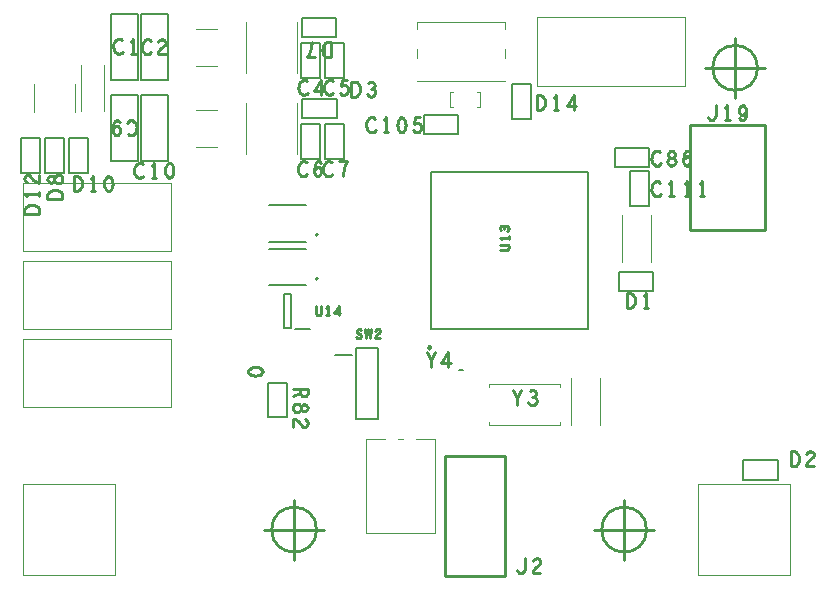
<source format=gto>
G04 ================== begin FILE IDENTIFICATION RECORD ==================*
G04 Layout Name:  M:/TDP4/Data Logger Full/allegro/datalogger.brd*
G04 Film Name:    datalogger.GTO*
G04 File Format:  Gerber RS274X*
G04 File Origin:  Cadence Allegro 17.2-S055*
G04 Origin Date:  Mon Mar 22 02:40:34 2021*
G04 *
G04 Layer:  USER PART NUMBER/SILKSCREEN_TOP*
G04 Layer:  TOLERANCE/SILKSCREEN_TOP*
G04 Layer:  REF DES/SILKSCREEN_TOP*
G04 Layer:  PACKAGE GEOMETRY/SILKSCREEN_TOP*
G04 Layer:  DEVICE TYPE/SILKSCREEN_TOP*
G04 Layer:  COMPONENT VALUE/SILKSCREEN_TOP*
G04 Layer:  BOARD GEOMETRY/SILKSCREEN_TOP*
G04 *
G04 Offset:    (0.00 0.00)*
G04 Mirror:    No*
G04 Mode:      Positive*
G04 Rotation:  0*
G04 FullContactRelief:  No*
G04 UndefLineWidth:     10.00*
G04 ================== end FILE IDENTIFICATION RECORD ====================*
%FSLAX25Y25*MOIN*%
%IR0*IPPOS*OFA0.00000B0.00000*MIA0B0*SFA1.00000B1.00000*%
%ADD10C,.005*%
%ADD11C,.01*%
%ADD12C,.006*%
%ADD13C,.00472*%
%ADD14C,.00984*%
%ADD15C,.00787*%
G75*
%LPD*%
G75*
G54D10*
G01X-43998Y-2502D02*
X-56202D01*
G01X-43998Y9702D02*
X-56202D01*
G01X-43998Y12098D02*
X-56202D01*
G01X-43998Y24302D02*
X-56202D01*
G01X6866Y-30838D02*
X8440D01*
G54D11*
G01X-132900Y21407D02*
X-137900D01*
Y22673D01*
X-137650Y23180D01*
X-137317Y23560D01*
X-136817Y23877D01*
X-136233Y24130D01*
X-135400Y24193D01*
X-134567Y24130D01*
X-133983Y23877D01*
X-133483Y23560D01*
X-133150Y23180D01*
X-132900Y22673D01*
Y21407D01*
G01Y27900D02*
X-137900D01*
X-136900Y27140D01*
G01X-132900D02*
Y28660D01*
G01X-137067Y31797D02*
X-137567Y32177D01*
X-137817Y32620D01*
X-137900Y33127D01*
X-137733Y33760D01*
X-137317Y34203D01*
X-136817Y34330D01*
X-136317Y34267D01*
X-135900Y34013D01*
X-135067Y32747D01*
X-134483Y32177D01*
X-133650Y31797D01*
X-132900Y31670D01*
Y34330D01*
G01X-125200Y26407D02*
X-130200D01*
Y27673D01*
X-129950Y28180D01*
X-129617Y28560D01*
X-129117Y28877D01*
X-128533Y29130D01*
X-127700Y29193D01*
X-126867Y29130D01*
X-126283Y28877D01*
X-125783Y28560D01*
X-125450Y28180D01*
X-125200Y27673D01*
Y26407D01*
G01Y32900D02*
X-125283Y33343D01*
X-125533Y33850D01*
X-125950Y34167D01*
X-126533Y34293D01*
X-127117Y34167D01*
X-127617Y33787D01*
X-127867Y33217D01*
Y32583D01*
X-128033Y32203D01*
X-128450Y31887D01*
X-129033Y31760D01*
X-129617Y31950D01*
X-130033Y32393D01*
X-130200Y32900D01*
X-130033Y33407D01*
X-129617Y33850D01*
X-129033Y34040D01*
X-128450Y33913D01*
X-128033Y33597D01*
X-127867Y33217D01*
Y32583D01*
X-127617Y32013D01*
X-127117Y31633D01*
X-126533Y31507D01*
X-125950Y31633D01*
X-125533Y31950D01*
X-125283Y32457D01*
X-125200Y32900D01*
G01X-121493Y28900D02*
Y33900D01*
X-120227D01*
X-119720Y33650D01*
X-119340Y33317D01*
X-119023Y32817D01*
X-118770Y32233D01*
X-118707Y31400D01*
X-118770Y30567D01*
X-119023Y29983D01*
X-119340Y29483D01*
X-119720Y29150D01*
X-120227Y28900D01*
X-121493D01*
G01X-115000D02*
Y33900D01*
X-115760Y32900D01*
G01Y28900D02*
X-114240D01*
G01X-109900Y33900D02*
X-110407Y33733D01*
X-110787Y33317D01*
X-111040Y32817D01*
X-111230Y32150D01*
X-111293Y31400D01*
X-111230Y30650D01*
X-111040Y29983D01*
X-110787Y29483D01*
X-110407Y29067D01*
X-109900Y28900D01*
X-109393Y29067D01*
X-109013Y29483D01*
X-108760Y29983D01*
X-108570Y30650D01*
X-108507Y31400D01*
X-108570Y32150D01*
X-108760Y32817D01*
X-109013Y33317D01*
X-109393Y33733D01*
X-109900Y33900D01*
G01X-98407Y37883D02*
X-98787Y38133D01*
X-99230Y38300D01*
X-99737D01*
X-100307Y38050D01*
X-100750Y37633D01*
X-101067Y37133D01*
X-101320Y36300D01*
X-101383Y35550D01*
X-101257Y34800D01*
X-101067Y34300D01*
X-100687Y33800D01*
X-100243Y33467D01*
X-99800Y33300D01*
X-99357D01*
X-98913Y33467D01*
X-98533Y33717D01*
X-98217Y34050D01*
G01X-94700Y33300D02*
Y38300D01*
X-95460Y37300D01*
G01Y33300D02*
X-93940D01*
G01X-89600Y38300D02*
X-90107Y38133D01*
X-90487Y37717D01*
X-90740Y37217D01*
X-90930Y36550D01*
X-90993Y35800D01*
X-90930Y35050D01*
X-90740Y34383D01*
X-90487Y33883D01*
X-90107Y33467D01*
X-89600Y33300D01*
X-89093Y33467D01*
X-88713Y33883D01*
X-88460Y34383D01*
X-88270Y35050D01*
X-88207Y35800D01*
X-88270Y36550D01*
X-88460Y37217D01*
X-88713Y37717D01*
X-89093Y38133D01*
X-89600Y38300D01*
G01X-103493Y47917D02*
X-103113Y47667D01*
X-102670Y47500D01*
X-102163D01*
X-101593Y47750D01*
X-101150Y48167D01*
X-100833Y48667D01*
X-100580Y49500D01*
X-100517Y50250D01*
X-100643Y51000D01*
X-100833Y51500D01*
X-101213Y52000D01*
X-101657Y52333D01*
X-102100Y52500D01*
X-102543D01*
X-102987Y52333D01*
X-103367Y52083D01*
X-103683Y51750D01*
G01X-106123Y51917D02*
X-106567Y52333D01*
X-107073Y52500D01*
X-107580Y52333D01*
X-108023Y51833D01*
X-108340Y51083D01*
X-108467Y50333D01*
Y49417D01*
X-108340Y48667D01*
X-108023Y48000D01*
X-107643Y47667D01*
X-107200Y47500D01*
X-106693Y47667D01*
X-106313Y48000D01*
X-106060Y48500D01*
X-105933Y49167D01*
X-106060Y49750D01*
X-106377Y50333D01*
X-106757Y50667D01*
X-107200Y50750D01*
X-107707Y50583D01*
X-108087Y50167D01*
X-108467Y49417D01*
G01X-105307Y79283D02*
X-105687Y79533D01*
X-106130Y79700D01*
X-106637D01*
X-107207Y79450D01*
X-107650Y79033D01*
X-107967Y78533D01*
X-108220Y77700D01*
X-108283Y76950D01*
X-108157Y76200D01*
X-107967Y75700D01*
X-107587Y75200D01*
X-107143Y74867D01*
X-106700Y74700D01*
X-106257D01*
X-105813Y74867D01*
X-105433Y75117D01*
X-105117Y75450D01*
G01X-101600Y74700D02*
Y79700D01*
X-102360Y78700D01*
G01Y74700D02*
X-100840D01*
G01X-95807Y79083D02*
X-96187Y79333D01*
X-96630Y79500D01*
X-97137D01*
X-97707Y79250D01*
X-98150Y78833D01*
X-98467Y78333D01*
X-98720Y77500D01*
X-98783Y76750D01*
X-98657Y76000D01*
X-98467Y75500D01*
X-98087Y75000D01*
X-97643Y74667D01*
X-97200Y74500D01*
X-96757D01*
X-96313Y74667D01*
X-95933Y74917D01*
X-95617Y75250D01*
G01X-93303Y78667D02*
X-92923Y79167D01*
X-92480Y79417D01*
X-91973Y79500D01*
X-91340Y79333D01*
X-90897Y78917D01*
X-90770Y78417D01*
X-90833Y77917D01*
X-91087Y77500D01*
X-92353Y76667D01*
X-92923Y76083D01*
X-93303Y75250D01*
X-93430Y74500D01*
X-90770D01*
G01X-58400Y-31200D02*
X-58567Y-30693D01*
X-58983Y-30313D01*
X-59483Y-30060D01*
X-60150Y-29870D01*
X-60900Y-29807D01*
X-61650Y-29870D01*
X-62317Y-30060D01*
X-62817Y-30313D01*
X-63233Y-30693D01*
X-63400Y-31200D01*
X-63233Y-31707D01*
X-62817Y-32087D01*
X-62317Y-32340D01*
X-61650Y-32530D01*
X-60900Y-32593D01*
X-60150Y-32530D01*
X-59483Y-32340D01*
X-58983Y-32087D01*
X-58567Y-31707D01*
X-58400Y-31200D01*
G01X-48000Y-73900D02*
Y-93900D01*
G01X-40500Y-83900D02*
G03I-7500J0D01*
G01X-58000D02*
X-38000D01*
G01X-48400Y-36933D02*
X-43400D01*
Y-38517D01*
X-43650Y-39023D01*
X-43983Y-39340D01*
X-44650Y-39467D01*
X-45317Y-39340D01*
X-45733Y-38960D01*
X-45983Y-38517D01*
Y-36933D01*
G01Y-38517D02*
X-48400Y-39467D01*
G01Y-43300D02*
X-48317Y-43743D01*
X-48067Y-44250D01*
X-47650Y-44567D01*
X-47067Y-44693D01*
X-46483Y-44567D01*
X-45983Y-44187D01*
X-45733Y-43617D01*
Y-42983D01*
X-45567Y-42603D01*
X-45150Y-42287D01*
X-44567Y-42160D01*
X-43983Y-42350D01*
X-43567Y-42793D01*
X-43400Y-43300D01*
X-43567Y-43807D01*
X-43983Y-44250D01*
X-44567Y-44440D01*
X-45150Y-44313D01*
X-45567Y-43997D01*
X-45733Y-43617D01*
Y-42983D01*
X-45983Y-42413D01*
X-46483Y-42033D01*
X-47067Y-41907D01*
X-47650Y-42033D01*
X-48067Y-42350D01*
X-48317Y-42857D01*
X-48400Y-43300D01*
G01X-44233Y-47197D02*
X-43733Y-47577D01*
X-43483Y-48020D01*
X-43400Y-48527D01*
X-43567Y-49160D01*
X-43983Y-49603D01*
X-44483Y-49730D01*
X-44983Y-49667D01*
X-45400Y-49413D01*
X-46233Y-48147D01*
X-46817Y-47577D01*
X-47650Y-47197D01*
X-48400Y-47070D01*
Y-49730D01*
G01X-43807Y38483D02*
X-44187Y38733D01*
X-44630Y38900D01*
X-45137D01*
X-45707Y38650D01*
X-46150Y38233D01*
X-46467Y37733D01*
X-46720Y36900D01*
X-46783Y36150D01*
X-46657Y35400D01*
X-46467Y34900D01*
X-46087Y34400D01*
X-45643Y34067D01*
X-45200Y33900D01*
X-44757D01*
X-44313Y34067D01*
X-43933Y34317D01*
X-43617Y34650D01*
G01X-41303Y35983D02*
X-40860Y36567D01*
X-40480Y36900D01*
X-39973Y37067D01*
X-39530Y36900D01*
X-39213Y36567D01*
X-38960Y36067D01*
X-38897Y35483D01*
X-38960Y34983D01*
X-39213Y34483D01*
X-39593Y34067D01*
X-40037Y33900D01*
X-40543Y34067D01*
X-40987Y34567D01*
X-41240Y35317D01*
X-41303Y36150D01*
X-41177Y37233D01*
X-40987Y37817D01*
X-40670Y38400D01*
X-40227Y38817D01*
X-39783Y38900D01*
X-39340Y38733D01*
X-39023Y38317D01*
G01X-43607Y65583D02*
X-43987Y65833D01*
X-44430Y66000D01*
X-44937D01*
X-45507Y65750D01*
X-45950Y65333D01*
X-46267Y64833D01*
X-46520Y64000D01*
X-46583Y63250D01*
X-46457Y62500D01*
X-46267Y62000D01*
X-45887Y61500D01*
X-45443Y61167D01*
X-45000Y61000D01*
X-44557D01*
X-44113Y61167D01*
X-43733Y61417D01*
X-43417Y61750D01*
G01X-39140Y61000D02*
Y66000D01*
X-41483Y62417D01*
X-38317D01*
G01X-35807Y78475D02*
Y73475D01*
X-37073D01*
X-37580Y73725D01*
X-37960Y74058D01*
X-38277Y74558D01*
X-38530Y75142D01*
X-38593Y75975D01*
X-38530Y76808D01*
X-38277Y77392D01*
X-37960Y77892D01*
X-37580Y78225D01*
X-37073Y78475D01*
X-35807D01*
G01X-42173D02*
X-42300Y77392D01*
X-42490Y76475D01*
X-42743Y75642D01*
X-43060Y74725D01*
X-43567Y73475D01*
X-41033D01*
G01X-27255Y-19787D02*
X-26948Y-20045D01*
X-26603Y-20200D01*
X-26297D01*
X-25990Y-20045D01*
X-25760Y-19787D01*
X-25645Y-19425D01*
X-25722Y-19063D01*
X-25913Y-18753D01*
X-26258Y-18547D01*
X-26718Y-18443D01*
X-26987Y-18237D01*
X-27102Y-17875D01*
X-27025Y-17513D01*
X-26833Y-17255D01*
X-26565Y-17100D01*
X-26297D01*
X-26028Y-17203D01*
X-25798Y-17462D01*
G01X-24500Y-17100D02*
X-23963Y-20200D01*
X-23350Y-17100D01*
X-22737Y-20200D01*
X-22200Y-17100D01*
G01X-20978Y-17617D02*
X-20748Y-17307D01*
X-20480Y-17152D01*
X-20173Y-17100D01*
X-19790Y-17203D01*
X-19522Y-17462D01*
X-19445Y-17772D01*
X-19483Y-18082D01*
X-19637Y-18340D01*
X-20403Y-18857D01*
X-20748Y-19218D01*
X-20978Y-19735D01*
X-21055Y-20200D01*
X-19445D01*
G01X-40693Y-9400D02*
Y-11622D01*
X-40540Y-12087D01*
X-40233Y-12397D01*
X-39850Y-12500D01*
X-39467Y-12397D01*
X-39160Y-12087D01*
X-39007Y-11622D01*
Y-9400D01*
G01X-36750Y-12500D02*
Y-9400D01*
X-37210Y-10020D01*
G01Y-12500D02*
X-36290D01*
G01X-33190D02*
Y-9400D01*
X-34608Y-11622D01*
X-32692D01*
G01X-35407Y38483D02*
X-35787Y38733D01*
X-36230Y38900D01*
X-36737D01*
X-37307Y38650D01*
X-37750Y38233D01*
X-38067Y37733D01*
X-38320Y36900D01*
X-38383Y36150D01*
X-38257Y35400D01*
X-38067Y34900D01*
X-37687Y34400D01*
X-37243Y34067D01*
X-36800Y33900D01*
X-36357D01*
X-35913Y34067D01*
X-35533Y34317D01*
X-35217Y34650D01*
G01X-31827Y33900D02*
X-31700Y34983D01*
X-31510Y35900D01*
X-31257Y36733D01*
X-30940Y37650D01*
X-30433Y38900D01*
X-32967D01*
G01X-21007Y53083D02*
X-21387Y53333D01*
X-21830Y53500D01*
X-22337D01*
X-22907Y53250D01*
X-23350Y52833D01*
X-23667Y52333D01*
X-23920Y51500D01*
X-23983Y50750D01*
X-23857Y50000D01*
X-23667Y49500D01*
X-23287Y49000D01*
X-22843Y48667D01*
X-22400Y48500D01*
X-21957D01*
X-21513Y48667D01*
X-21133Y48917D01*
X-20817Y49250D01*
G01X-17300Y48500D02*
Y53500D01*
X-18060Y52500D01*
G01Y48500D02*
X-16540D01*
G01X-12200Y53500D02*
X-12707Y53333D01*
X-13087Y52917D01*
X-13340Y52417D01*
X-13530Y51750D01*
X-13593Y51000D01*
X-13530Y50250D01*
X-13340Y49583D01*
X-13087Y49083D01*
X-12707Y48667D01*
X-12200Y48500D01*
X-11693Y48667D01*
X-11313Y49083D01*
X-11060Y49583D01*
X-10870Y50250D01*
X-10807Y51000D01*
X-10870Y51750D01*
X-11060Y52417D01*
X-11313Y52917D01*
X-11693Y53333D01*
X-12200Y53500D01*
G01X-8493Y49250D02*
X-8113Y48833D01*
X-7670Y48583D01*
X-7100Y48500D01*
X-6530Y48667D01*
X-6087Y49000D01*
X-5770Y49583D01*
X-5707Y50250D01*
X-5833Y50917D01*
X-6150Y51333D01*
X-6593Y51667D01*
X-7037Y51750D01*
X-7480Y51667D01*
X-8050Y51333D01*
X-7860Y53500D01*
X-6150D01*
G01X-35107Y65583D02*
X-35487Y65833D01*
X-35930Y66000D01*
X-36437D01*
X-37007Y65750D01*
X-37450Y65333D01*
X-37767Y64833D01*
X-38020Y64000D01*
X-38083Y63250D01*
X-37957Y62500D01*
X-37767Y62000D01*
X-37387Y61500D01*
X-36943Y61167D01*
X-36500Y61000D01*
X-36057D01*
X-35613Y61167D01*
X-35233Y61417D01*
X-34917Y61750D01*
G01X-32793D02*
X-32413Y61333D01*
X-31970Y61083D01*
X-31400Y61000D01*
X-30830Y61167D01*
X-30387Y61500D01*
X-30070Y62083D01*
X-30007Y62750D01*
X-30133Y63417D01*
X-30450Y63833D01*
X-30893Y64167D01*
X-31337Y64250D01*
X-31780Y64167D01*
X-32350Y63833D01*
X-32160Y66000D01*
X-30450D01*
G01X-28893Y60400D02*
Y65400D01*
X-27627D01*
X-27120Y65150D01*
X-26740Y64817D01*
X-26423Y64317D01*
X-26170Y63733D01*
X-26107Y62900D01*
X-26170Y62067D01*
X-26423Y61483D01*
X-26740Y60983D01*
X-27120Y60650D01*
X-27627Y60400D01*
X-28893D01*
G01X-23793Y61400D02*
X-23413Y60817D01*
X-22907Y60483D01*
X-22337Y60400D01*
X-21830Y60483D01*
X-21323Y60900D01*
X-21007Y61400D01*
X-20943Y61900D01*
X-21070Y62483D01*
X-21513Y62900D01*
X-21957Y63067D01*
X-22527D01*
G01X-21957D02*
X-21577Y63317D01*
X-21260Y63733D01*
X-21133Y64233D01*
X-21260Y64733D01*
X-21577Y65150D01*
X-22147Y65400D01*
X-22717Y65317D01*
X-23287Y64983D01*
G01X-2410Y-29694D02*
Y-27444D01*
X-3677Y-24694D01*
G01X-1143D02*
X-2410Y-27444D01*
G01X3450Y-29694D02*
Y-24694D01*
X1107Y-28277D01*
X4273D01*
G01X2400Y-99500D02*
X22400D01*
Y-59500D01*
X2400D01*
Y-99500D01*
G01X26433Y-97500D02*
X26750Y-98000D01*
X27130Y-98333D01*
X27573Y-98500D01*
X28080Y-98333D01*
X28460Y-98000D01*
X28840Y-97500D01*
X28967Y-96833D01*
Y-93500D01*
G01X31597Y-94333D02*
X31977Y-93833D01*
X32420Y-93583D01*
X32927Y-93500D01*
X33560Y-93667D01*
X34003Y-94083D01*
X34130Y-94583D01*
X34067Y-95083D01*
X33813Y-95500D01*
X32547Y-96333D01*
X31977Y-96917D01*
X31597Y-97750D01*
X31470Y-98500D01*
X34130D01*
G01X26350Y-42300D02*
Y-40050D01*
X25083Y-37300D01*
G01X27617D02*
X26350Y-40050D01*
G01X30057Y-41300D02*
X30437Y-41883D01*
X30943Y-42217D01*
X31513Y-42300D01*
X32020Y-42217D01*
X32527Y-41800D01*
X32843Y-41300D01*
X32907Y-40800D01*
X32780Y-40217D01*
X32337Y-39800D01*
X31893Y-39633D01*
X31323D01*
G01X31893D02*
X32273Y-39383D01*
X32590Y-38967D01*
X32717Y-38467D01*
X32590Y-37967D01*
X32273Y-37550D01*
X31703Y-37300D01*
X31133Y-37383D01*
X30563Y-37717D01*
G01X20600Y9407D02*
X22822D01*
X23287Y9560D01*
X23597Y9867D01*
X23700Y10250D01*
X23597Y10633D01*
X23287Y10940D01*
X22822Y11093D01*
X20600D01*
G01X23700Y13350D02*
X20600D01*
X21220Y12890D01*
G01X23700D02*
Y13810D01*
G01X23080Y15607D02*
X23442Y15837D01*
X23648Y16143D01*
X23700Y16488D01*
X23648Y16795D01*
X23390Y17102D01*
X23080Y17293D01*
X22770Y17332D01*
X22408Y17255D01*
X22150Y16987D01*
X22047Y16718D01*
Y16373D01*
G01Y16718D02*
X21892Y16948D01*
X21633Y17140D01*
X21323Y17217D01*
X21013Y17140D01*
X20755Y16948D01*
X20600Y16603D01*
X20652Y16258D01*
X20858Y15913D01*
G01X32807Y55900D02*
Y60900D01*
X34073D01*
X34580Y60650D01*
X34960Y60317D01*
X35277Y59817D01*
X35530Y59233D01*
X35593Y58400D01*
X35530Y57567D01*
X35277Y56983D01*
X34960Y56483D01*
X34580Y56150D01*
X34073Y55900D01*
X32807D01*
G01X39300D02*
Y60900D01*
X38540Y59900D01*
G01Y55900D02*
X40060D01*
G01X45160D02*
Y60900D01*
X42817Y57317D01*
X45983D01*
G01X69500Y-83900D02*
G03I-7500J0D01*
G01X52000D02*
X72000D01*
G01X62000Y-73900D02*
Y-93900D01*
G01X62807Y-10000D02*
Y-5000D01*
X64073D01*
X64580Y-5250D01*
X64960Y-5583D01*
X65277Y-6083D01*
X65530Y-6667D01*
X65593Y-7500D01*
X65530Y-8333D01*
X65277Y-8917D01*
X64960Y-9417D01*
X64580Y-9750D01*
X64073Y-10000D01*
X62807D01*
G01X69300D02*
Y-5000D01*
X68540Y-6000D01*
G01Y-10000D02*
X70060D01*
G01X74093Y31783D02*
X73713Y32033D01*
X73270Y32200D01*
X72763D01*
X72193Y31950D01*
X71750Y31533D01*
X71433Y31033D01*
X71180Y30200D01*
X71117Y29450D01*
X71243Y28700D01*
X71433Y28200D01*
X71813Y27700D01*
X72257Y27367D01*
X72700Y27200D01*
X73143D01*
X73587Y27367D01*
X73967Y27617D01*
X74283Y27950D01*
G01X77800Y27200D02*
Y32200D01*
X77040Y31200D01*
G01Y27200D02*
X78560D01*
G01X82900D02*
Y32200D01*
X82140Y31200D01*
G01Y27200D02*
X83660D01*
G01X88000D02*
Y32200D01*
X87240Y31200D01*
G01Y27200D02*
X88760D01*
G01X74093Y41983D02*
X73713Y42233D01*
X73270Y42400D01*
X72763D01*
X72193Y42150D01*
X71750Y41733D01*
X71433Y41233D01*
X71180Y40400D01*
X71117Y39650D01*
X71243Y38900D01*
X71433Y38400D01*
X71813Y37900D01*
X72257Y37567D01*
X72700Y37400D01*
X73143D01*
X73587Y37567D01*
X73967Y37817D01*
X74283Y38150D01*
G01X77800Y37400D02*
X78243Y37483D01*
X78750Y37733D01*
X79067Y38150D01*
X79193Y38733D01*
X79067Y39317D01*
X78687Y39817D01*
X78117Y40067D01*
X77483D01*
X77103Y40233D01*
X76787Y40650D01*
X76660Y41233D01*
X76850Y41817D01*
X77293Y42233D01*
X77800Y42400D01*
X78307Y42233D01*
X78750Y41817D01*
X78940Y41233D01*
X78813Y40650D01*
X78497Y40233D01*
X78117Y40067D01*
X77483D01*
X76913Y39817D01*
X76533Y39317D01*
X76407Y38733D01*
X76533Y38150D01*
X76850Y37733D01*
X77357Y37483D01*
X77800Y37400D01*
G01X81697Y39483D02*
X82140Y40067D01*
X82520Y40400D01*
X83027Y40567D01*
X83470Y40400D01*
X83787Y40067D01*
X84040Y39567D01*
X84103Y38983D01*
X84040Y38483D01*
X83787Y37983D01*
X83407Y37567D01*
X82963Y37400D01*
X82457Y37567D01*
X82013Y38067D01*
X81760Y38817D01*
X81697Y39650D01*
X81823Y40733D01*
X82013Y41317D01*
X82330Y41900D01*
X82773Y42317D01*
X83217Y42400D01*
X83660Y42233D01*
X83977Y41817D01*
G01X84100Y51000D02*
X109100D01*
Y16000D01*
X84100D01*
Y51000D01*
G01X90033Y53600D02*
X90350Y53100D01*
X90730Y52767D01*
X91173Y52600D01*
X91680Y52767D01*
X92060Y53100D01*
X92440Y53600D01*
X92567Y54267D01*
Y57600D01*
G01X96400Y52600D02*
Y57600D01*
X95640Y56600D01*
G01Y52600D02*
X97160D01*
G01X100423Y53183D02*
X100867Y52767D01*
X101373Y52600D01*
X101880Y52767D01*
X102323Y53267D01*
X102640Y54017D01*
X102767Y54767D01*
Y55683D01*
X102640Y56433D01*
X102323Y57100D01*
X101943Y57433D01*
X101500Y57600D01*
X100993Y57433D01*
X100613Y57100D01*
X100360Y56600D01*
X100233Y55933D01*
X100360Y55350D01*
X100677Y54767D01*
X101057Y54433D01*
X101500Y54350D01*
X102007Y54517D01*
X102387Y54933D01*
X102767Y55683D01*
G01X106500Y70000D02*
G03I-7500J0D01*
G01X89000D02*
X109000D01*
G01X99000Y80000D02*
Y60000D01*
G01X117507Y-62868D02*
Y-57868D01*
X118773D01*
X119280Y-58118D01*
X119660Y-58451D01*
X119977Y-58951D01*
X120230Y-59535D01*
X120293Y-60368D01*
X120230Y-61201D01*
X119977Y-61785D01*
X119660Y-62285D01*
X119280Y-62618D01*
X118773Y-62868D01*
X117507D01*
G01X122797Y-58701D02*
X123177Y-58201D01*
X123620Y-57951D01*
X124127Y-57868D01*
X124760Y-58035D01*
X125203Y-58451D01*
X125330Y-58951D01*
X125267Y-59451D01*
X125013Y-59868D01*
X123747Y-60701D01*
X123177Y-61285D01*
X122797Y-62118D01*
X122670Y-62868D01*
X125330D01*
G54D12*
G01X-124650Y34963D02*
X-131100D01*
G01D02*
Y46463D01*
G01X-124650D02*
Y34963D01*
G01X-116650D02*
X-123100D01*
G01D02*
Y46463D01*
G01X-132650Y34963D02*
X-139100D01*
G01D02*
Y46463D01*
G01X-132650D02*
Y34963D01*
G01X-131100Y46463D02*
X-124650D01*
G01X-123100D02*
X-116650D01*
G01X-139100D02*
X-132650D01*
G01X-116650D02*
Y34963D01*
G01X-109100Y60800D02*
Y38800D01*
G01D02*
X-100100D01*
G01Y60800D02*
X-109100D01*
G01Y65800D02*
X-100100D01*
G01X-109100Y87800D02*
Y65800D01*
G01X-100100Y87800D02*
X-109100D01*
G01X-99100Y38800D02*
X-90100D01*
G01D02*
Y60800D01*
G01X-99100D02*
Y38800D01*
G01X-100100D02*
Y60800D01*
G01X-90100D02*
X-99100D01*
G01X-100100Y65800D02*
Y87800D01*
G01X-99100Y65800D02*
X-90100D01*
G01D02*
Y87800D01*
G01X-99100D02*
Y65800D01*
G01X-90100Y87800D02*
X-99100D01*
G01X-56650Y-34950D02*
X-50200D01*
G01D02*
Y-46450D01*
G01D02*
X-56650D01*
G01D02*
Y-34950D01*
G01X-39275Y39718D02*
X-45725D01*
G01D02*
Y51218D01*
G01D02*
X-39275D01*
G01X-33750Y53268D02*
X-45250D01*
G01D02*
Y59718D01*
G01D02*
X-33750D01*
G01X-45725Y78218D02*
X-39275D01*
G01Y66718D02*
X-45725D01*
G01D02*
Y78218D01*
G01X-33950Y80275D02*
X-45450D01*
G01D02*
Y86725D01*
G01D02*
X-33950D01*
G01X-39275Y51218D02*
Y39718D01*
G01X-31275Y51218D02*
Y39718D01*
G01D02*
X-37725D01*
G01D02*
Y51218D01*
G01D02*
X-31275D01*
G01X-33750Y59718D02*
Y53268D01*
G01X-39275Y78218D02*
Y66718D01*
G01X-37725Y78218D02*
X-31275D01*
G01D02*
Y66718D01*
G01D02*
X-37725D01*
G01D02*
Y78218D01*
G01X-33950Y86725D02*
Y80275D01*
G01X-4750Y47850D02*
Y54300D01*
G01D02*
X6750D01*
G01Y47850D02*
X-4750D01*
G01X6750Y54300D02*
Y47850D01*
G01X31053Y64515D02*
Y53015D01*
G01D02*
X24603D01*
G01D02*
Y64515D01*
G01D02*
X31053D01*
G01X60150Y-4350D02*
Y2100D01*
G01D02*
X71650D01*
G01D02*
Y-4350D01*
G01D02*
X60150D01*
G01X63950Y35550D02*
X70400D01*
G01D02*
Y24050D01*
G01D02*
X63950D01*
G01D02*
Y35550D01*
G01X70450Y43250D02*
Y36800D01*
G01D02*
X58950D01*
G01D02*
Y43250D01*
G01D02*
X70450D01*
G01X113150Y-60850D02*
Y-67300D01*
G01D02*
X101650D01*
G01D02*
Y-60850D01*
G01D02*
X113150D01*
G54D13*
G01X-138236Y-99136D02*
Y-68664D01*
X-107764D01*
Y-99136D01*
X-138236D01*
G01X-138206Y-43139D02*
Y-20461D01*
X-88994D01*
Y-43139D01*
X-138206D01*
G01Y-17139D02*
Y5539D01*
X-88994D01*
Y-17139D01*
X-138206D01*
G01Y8861D02*
Y31539D01*
X-88994D01*
Y8861D01*
X-138206D01*
G01X-134632Y64626D02*
Y55374D01*
G01X-121168Y64626D02*
Y55374D01*
G01X-119099Y55623D02*
Y70977D01*
G01X-111501D02*
Y55623D01*
G01X-63965Y41335D02*
Y58265D01*
G01X-80765Y55824D02*
X-73835D01*
G01X-80765Y43776D02*
X-73835D01*
G01X-80765Y70776D02*
X-73835D01*
G01X-63965Y68335D02*
Y85265D01*
G01X-80765Y82824D02*
X-73835D01*
G01X-47035Y58265D02*
Y41335D01*
G01Y85265D02*
Y68335D01*
G01X-1136Y-53563D02*
Y-85059D01*
X-23970D01*
Y-53563D01*
X-17592D01*
G01X-7514D02*
X-1136D01*
G01X-11687D02*
X-13419D01*
G01X22464Y65615D02*
X-7064D01*
G01Y76324D02*
Y73410D01*
G01Y82859D02*
Y85300D01*
G01D02*
X22464D01*
Y82859D01*
G01X4845Y62080D02*
X3861D01*
Y57120D01*
X4845D01*
G01X12955Y62080D02*
X13939D01*
Y57120D01*
X12955D01*
G01X17089Y-36473D02*
Y-35410D01*
G01X40711Y-49190D02*
X17089D01*
Y-48127D01*
G01Y-35410D02*
X40711D01*
Y-36473D01*
G01X22464Y76324D02*
Y73410D01*
G01X82306Y86796D02*
Y64118D01*
X33094D01*
Y86796D01*
X82306D01*
G01X54021Y-33326D02*
Y-49074D01*
G01X44179D02*
Y-33326D01*
G01X40711Y-48127D02*
Y-49190D01*
G01X71021Y21074D02*
Y5326D01*
G01X61179D02*
Y21074D01*
G01X86764Y-99136D02*
Y-68664D01*
X117236D01*
Y-99136D01*
X86764D01*
G54D14*
G01X-2383Y-23282D02*
G02I-492J0D01*
G54D15*
G01X-42817Y-17202D02*
X-47541D01*
G01X-48919Y-5391D02*
Y-16809D01*
G01X-51281D02*
Y-5391D01*
G01X-48919Y-16809D02*
X-51281D01*
G01Y-5391D02*
X-48919D01*
G01X-27440Y-47111D02*
Y-23489D01*
G01X-19960Y-47111D02*
X-27440D01*
G01X-34330Y-25851D02*
X-28818D01*
G01X-27440Y-23489D02*
X-19960D01*
G01X-40080Y-239D02*
G03I-394J0D01*
G01Y14361D02*
G03I-394J0D01*
G01X-19960Y-23489D02*
Y-47111D01*
G01X49881Y-17081D02*
X-2481D01*
G01D02*
Y35281D01*
G01D02*
X49881D01*
G01D02*
Y-17081D01*
M02*

</source>
